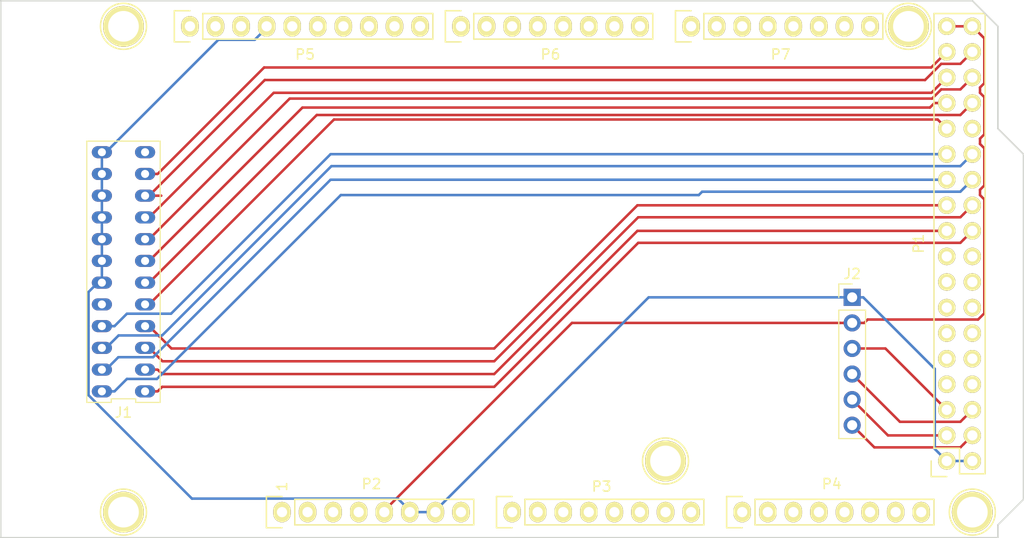
<source format=kicad_pcb>
(kicad_pcb (version 20171130) (host pcbnew "(5.1.2)-1")

  (general
    (thickness 1.6)
    (drawings 10)
    (tracks 152)
    (zones 0)
    (modules 14)
    (nets 90)
  )

  (page A4)
  (title_block
    (date "mar. 31 mars 2015")
  )

  (layers
    (0 F.Cu signal)
    (31 B.Cu signal)
    (32 B.Adhes user)
    (33 F.Adhes user)
    (34 B.Paste user)
    (35 F.Paste user)
    (36 B.SilkS user)
    (37 F.SilkS user)
    (38 B.Mask user)
    (39 F.Mask user)
    (40 Dwgs.User user)
    (41 Cmts.User user)
    (42 Eco1.User user)
    (43 Eco2.User user)
    (44 Edge.Cuts user)
    (45 Margin user)
    (46 B.CrtYd user)
    (47 F.CrtYd user)
    (48 B.Fab user)
    (49 F.Fab user)
  )

  (setup
    (last_trace_width 0.25)
    (trace_clearance 0.2)
    (zone_clearance 0.508)
    (zone_45_only no)
    (trace_min 0.2)
    (via_size 0.6)
    (via_drill 0.4)
    (via_min_size 0.4)
    (via_min_drill 0.3)
    (uvia_size 0.3)
    (uvia_drill 0.1)
    (uvias_allowed no)
    (uvia_min_size 0.2)
    (uvia_min_drill 0.1)
    (edge_width 0.15)
    (segment_width 0.15)
    (pcb_text_width 0.3)
    (pcb_text_size 1.5 1.5)
    (mod_edge_width 0.15)
    (mod_text_size 1 1)
    (mod_text_width 0.15)
    (pad_size 4.064 4.064)
    (pad_drill 3.048)
    (pad_to_mask_clearance 0)
    (aux_axis_origin 103.378 121.666)
    (visible_elements 7FFFFFFF)
    (pcbplotparams
      (layerselection 0x010f0_ffffffff)
      (usegerberextensions false)
      (usegerberattributes false)
      (usegerberadvancedattributes false)
      (creategerberjobfile false)
      (excludeedgelayer true)
      (linewidth 0.100000)
      (plotframeref false)
      (viasonmask false)
      (mode 1)
      (useauxorigin false)
      (hpglpennumber 1)
      (hpglpenspeed 20)
      (hpglpendiameter 15.000000)
      (psnegative false)
      (psa4output false)
      (plotreference true)
      (plotvalue true)
      (plotinvisibletext false)
      (padsonsilk false)
      (subtractmaskfromsilk false)
      (outputformat 1)
      (mirror false)
      (drillshape 0)
      (scaleselection 1)
      (outputdirectory "Gerbers/"))
  )

  (net 0 "")
  (net 1 GND)
  (net 2 "/52(SCK)")
  (net 3 "/53(SS)")
  (net 4 "/50(MISO)")
  (net 5 "/51(MOSI)")
  (net 6 /48)
  (net 7 /49)
  (net 8 /46)
  (net 9 /47)
  (net 10 /44)
  (net 11 /45)
  (net 12 /42)
  (net 13 /43)
  (net 14 /40)
  (net 15 /41)
  (net 16 /38)
  (net 17 /39)
  (net 18 /36)
  (net 19 /37)
  (net 20 /34)
  (net 21 /35)
  (net 22 /32)
  (net 23 /33)
  (net 24 /30)
  (net 25 /31)
  (net 26 /28)
  (net 27 /29)
  (net 28 /26)
  (net 29 /27)
  (net 30 /24)
  (net 31 /25)
  (net 32 /22)
  (net 33 /23)
  (net 34 +5V)
  (net 35 /IOREF)
  (net 36 /Reset)
  (net 37 /Vin)
  (net 38 /A0)
  (net 39 /A1)
  (net 40 /A2)
  (net 41 /A3)
  (net 42 /A4)
  (net 43 /A5)
  (net 44 /A6)
  (net 45 /A7)
  (net 46 /A8)
  (net 47 /A9)
  (net 48 /A10)
  (net 49 /A11)
  (net 50 /A12)
  (net 51 /A13)
  (net 52 /A14)
  (net 53 /A15)
  (net 54 /SCL)
  (net 55 /SDA)
  (net 56 /AREF)
  (net 57 "/13(**)")
  (net 58 "/12(**)")
  (net 59 "/11(**)")
  (net 60 "/10(**)")
  (net 61 "/9(**)")
  (net 62 "/8(**)")
  (net 63 "/7(**)")
  (net 64 "/6(**)")
  (net 65 "/5(**)")
  (net 66 "/4(**)")
  (net 67 "/3(**)")
  (net 68 "/2(**)")
  (net 69 "/20(SDA)")
  (net 70 "/21(SCL)")
  (net 71 "Net-(P8-Pad1)")
  (net 72 "Net-(P9-Pad1)")
  (net 73 "Net-(P10-Pad1)")
  (net 74 "Net-(P11-Pad1)")
  (net 75 "Net-(P13-Pad1)")
  (net 76 "Net-(P2-Pad1)")
  (net 77 +3V3)
  (net 78 "/1(Tx0)")
  (net 79 "/0(Rx0)")
  (net 80 "/14(Tx3)")
  (net 81 "/15(Rx3)")
  (net 82 "/16(Tx2)")
  (net 83 "/17(Rx2)")
  (net 84 "/18(Tx1)")
  (net 85 "/19(Rx1)")
  (net 86 "Net-(J1-Pad12)")
  (net 87 "Net-(J1-Pad17)")
  (net 88 "Net-(P1-Pad35)")
  (net 89 "Net-(P1-Pad36)")

  (net_class Default "This is the default net class."
    (clearance 0.2)
    (trace_width 0.25)
    (via_dia 0.6)
    (via_drill 0.4)
    (uvia_dia 0.3)
    (uvia_drill 0.1)
    (add_net +3V3)
    (add_net +5V)
    (add_net "/0(Rx0)")
    (add_net "/1(Tx0)")
    (add_net "/10(**)")
    (add_net "/11(**)")
    (add_net "/12(**)")
    (add_net "/13(**)")
    (add_net "/14(Tx3)")
    (add_net "/15(Rx3)")
    (add_net "/16(Tx2)")
    (add_net "/17(Rx2)")
    (add_net "/18(Tx1)")
    (add_net "/19(Rx1)")
    (add_net "/2(**)")
    (add_net "/20(SDA)")
    (add_net "/21(SCL)")
    (add_net /22)
    (add_net /23)
    (add_net /24)
    (add_net /25)
    (add_net /26)
    (add_net /27)
    (add_net /28)
    (add_net /29)
    (add_net "/3(**)")
    (add_net /30)
    (add_net /31)
    (add_net /32)
    (add_net /33)
    (add_net /34)
    (add_net /35)
    (add_net /36)
    (add_net /37)
    (add_net /38)
    (add_net /39)
    (add_net "/4(**)")
    (add_net /40)
    (add_net /41)
    (add_net /42)
    (add_net /43)
    (add_net /44)
    (add_net /45)
    (add_net /46)
    (add_net /47)
    (add_net /48)
    (add_net /49)
    (add_net "/5(**)")
    (add_net "/50(MISO)")
    (add_net "/51(MOSI)")
    (add_net "/52(SCK)")
    (add_net "/53(SS)")
    (add_net "/6(**)")
    (add_net "/7(**)")
    (add_net "/8(**)")
    (add_net "/9(**)")
    (add_net /A0)
    (add_net /A1)
    (add_net /A10)
    (add_net /A11)
    (add_net /A12)
    (add_net /A13)
    (add_net /A14)
    (add_net /A15)
    (add_net /A2)
    (add_net /A3)
    (add_net /A4)
    (add_net /A5)
    (add_net /A6)
    (add_net /A7)
    (add_net /A8)
    (add_net /A9)
    (add_net /AREF)
    (add_net /IOREF)
    (add_net /Reset)
    (add_net /SCL)
    (add_net /SDA)
    (add_net /Vin)
    (add_net GND)
    (add_net "Net-(J1-Pad12)")
    (add_net "Net-(J1-Pad17)")
    (add_net "Net-(P1-Pad35)")
    (add_net "Net-(P1-Pad36)")
    (add_net "Net-(P10-Pad1)")
    (add_net "Net-(P11-Pad1)")
    (add_net "Net-(P13-Pad1)")
    (add_net "Net-(P2-Pad1)")
    (add_net "Net-(P8-Pad1)")
    (add_net "Net-(P9-Pad1)")
  )

  (module PET_IEEE:GPIB (layer F.Cu) (tedit 5D8A46F6) (tstamp 5D8A5E20)
    (at 115.57 95.25 90)
    (path /5D8D60BA)
    (fp_text reference J1 (at -13.98 0) (layer F.SilkS)
      (effects (font (size 1 1) (thickness 0.15)))
    )
    (fp_text value Conn_02x12_Top_Bottom (at 0 0 90) (layer F.Fab)
      (effects (font (size 1 1) (thickness 0.15)))
    )
    (fp_line (start -12.73 3.4) (end -12.73 -3.4) (layer F.CrtYd) (width 0.05))
    (fp_line (start 12.73 3.4) (end -12.73 3.4) (layer F.CrtYd) (width 0.05))
    (fp_line (start 12.73 -3.4) (end 12.73 3.4) (layer F.CrtYd) (width 0.05))
    (fp_line (start -12.73 -3.4) (end 12.73 -3.4) (layer F.CrtYd) (width 0.05))
    (fp_line (start -12.98 1.214999) (end -12.98 3.644999) (layer F.SilkS) (width 0.12))
    (fp_line (start -12.62 1.214999) (end -12.98 1.214999) (layer F.SilkS) (width 0.12))
    (fp_line (start -12.62 -1.215) (end -12.62 1.214999) (layer F.SilkS) (width 0.12))
    (fp_line (start -12.98 -1.215) (end -12.62 -1.215) (layer F.SilkS) (width 0.12))
    (fp_line (start -12.98 -3.645) (end -12.98 -1.215) (layer F.SilkS) (width 0.12))
    (fp_line (start 12.98 -3.644999) (end -12.98 -3.645) (layer F.SilkS) (width 0.12))
    (fp_line (start 12.98 3.645) (end 12.98 -3.644999) (layer F.SilkS) (width 0.12))
    (fp_line (start -12.98 3.644999) (end 12.98 3.645) (layer F.SilkS) (width 0.12))
    (pad 12 thru_hole oval (at 11.88 2.145 90) (size 1.2 2) (drill 0.8) (layers *.Cu *.Mask)
      (net 86 "Net-(J1-Pad12)"))
    (pad 24 thru_hole oval (at 11.88 -2.145 90) (size 1.2 2) (drill 0.8) (layers *.Cu *.Mask)
      (net 1 GND))
    (pad 11 thru_hole oval (at 9.72 2.145 90) (size 1.2 2) (drill 0.8) (layers *.Cu *.Mask)
      (net 32 /22))
    (pad 23 thru_hole oval (at 9.72 -2.145 90) (size 1.2 2) (drill 0.8) (layers *.Cu *.Mask)
      (net 1 GND))
    (pad 10 thru_hole oval (at 7.56 2.145 90) (size 1.2 2) (drill 0.8) (layers *.Cu *.Mask)
      (net 33 /23))
    (pad 22 thru_hole oval (at 7.56 -2.145 90) (size 1.2 2) (drill 0.8) (layers *.Cu *.Mask)
      (net 1 GND))
    (pad 9 thru_hole oval (at 5.4 2.145 90) (size 1.2 2) (drill 0.8) (layers *.Cu *.Mask)
      (net 30 /24))
    (pad 21 thru_hole oval (at 5.4 -2.145 90) (size 1.2 2) (drill 0.8) (layers *.Cu *.Mask)
      (net 1 GND))
    (pad 8 thru_hole oval (at 3.24 2.145 90) (size 1.2 2) (drill 0.8) (layers *.Cu *.Mask)
      (net 31 /25))
    (pad 20 thru_hole oval (at 3.24 -2.145 90) (size 1.2 2) (drill 0.8) (layers *.Cu *.Mask)
      (net 1 GND))
    (pad 7 thru_hole oval (at 1.08 2.145 90) (size 1.2 2) (drill 0.8) (layers *.Cu *.Mask)
      (net 28 /26))
    (pad 19 thru_hole oval (at 1.08 -2.145 90) (size 1.2 2) (drill 0.8) (layers *.Cu *.Mask)
      (net 1 GND))
    (pad 6 thru_hole oval (at -1.08 2.145 90) (size 1.2 2) (drill 0.8) (layers *.Cu *.Mask)
      (net 29 /27))
    (pad 18 thru_hole oval (at -1.08 -2.145 90) (size 1.2 2) (drill 0.8) (layers *.Cu *.Mask)
      (net 1 GND))
    (pad 5 thru_hole oval (at -3.24 2.145 90) (size 1.2 2) (drill 0.8) (layers *.Cu *.Mask)
      (net 26 /28))
    (pad 17 thru_hole oval (at -3.24 -2.145 90) (size 1.2 2) (drill 0.8) (layers *.Cu *.Mask)
      (net 87 "Net-(J1-Pad17)"))
    (pad 4 thru_hole oval (at -5.4 2.145 90) (size 1.2 2) (drill 0.8) (layers *.Cu *.Mask)
      (net 20 /34))
    (pad 16 thru_hole oval (at -5.4 -2.145 90) (size 1.2 2) (drill 0.8) (layers *.Cu *.Mask)
      (net 24 /30))
    (pad 3 thru_hole oval (at -7.56 2.145 90) (size 1.2 2) (drill 0.8) (layers *.Cu *.Mask)
      (net 21 /35))
    (pad 15 thru_hole oval (at -7.56 -2.145 90) (size 1.2 2) (drill 0.8) (layers *.Cu *.Mask)
      (net 25 /31))
    (pad 2 thru_hole oval (at -9.72 2.145 90) (size 1.2 2) (drill 0.8) (layers *.Cu *.Mask)
      (net 18 /36))
    (pad 14 thru_hole oval (at -9.72 -2.145 90) (size 1.2 2) (drill 0.8) (layers *.Cu *.Mask)
      (net 22 /32))
    (pad 1 thru_hole oval (at -11.88 2.145 90) (size 1.2 2) (drill 0.8) (layers *.Cu *.Mask)
      (net 19 /37))
    (pad 13 thru_hole oval (at -11.88 -2.145 90) (size 1.2 2) (drill 0.8) (layers *.Cu *.Mask)
      (net 23 /33))
  )

  (module Connector_PinHeader_2.54mm:PinHeader_1x06_P2.54mm_Vertical (layer F.Cu) (tedit 59FED5CC) (tstamp 5D89BAA1)
    (at 187.96 97.79)
    (descr "Through hole straight pin header, 1x06, 2.54mm pitch, single row")
    (tags "Through hole pin header THT 1x06 2.54mm single row")
    (path /5D8995C4)
    (fp_text reference J2 (at 0 -2.33) (layer F.SilkS)
      (effects (font (size 1 1) (thickness 0.15)))
    )
    (fp_text value Conn_01x06 (at 0 15.03) (layer F.Fab)
      (effects (font (size 1 1) (thickness 0.15)))
    )
    (fp_text user %R (at 0 6.35 90) (layer F.Fab)
      (effects (font (size 1 1) (thickness 0.15)))
    )
    (fp_line (start 1.8 -1.8) (end -1.8 -1.8) (layer F.CrtYd) (width 0.05))
    (fp_line (start 1.8 14.5) (end 1.8 -1.8) (layer F.CrtYd) (width 0.05))
    (fp_line (start -1.8 14.5) (end 1.8 14.5) (layer F.CrtYd) (width 0.05))
    (fp_line (start -1.8 -1.8) (end -1.8 14.5) (layer F.CrtYd) (width 0.05))
    (fp_line (start -1.33 -1.33) (end 0 -1.33) (layer F.SilkS) (width 0.12))
    (fp_line (start -1.33 0) (end -1.33 -1.33) (layer F.SilkS) (width 0.12))
    (fp_line (start -1.33 1.27) (end 1.33 1.27) (layer F.SilkS) (width 0.12))
    (fp_line (start 1.33 1.27) (end 1.33 14.03) (layer F.SilkS) (width 0.12))
    (fp_line (start -1.33 1.27) (end -1.33 14.03) (layer F.SilkS) (width 0.12))
    (fp_line (start -1.33 14.03) (end 1.33 14.03) (layer F.SilkS) (width 0.12))
    (fp_line (start -1.27 -0.635) (end -0.635 -1.27) (layer F.Fab) (width 0.1))
    (fp_line (start -1.27 13.97) (end -1.27 -0.635) (layer F.Fab) (width 0.1))
    (fp_line (start 1.27 13.97) (end -1.27 13.97) (layer F.Fab) (width 0.1))
    (fp_line (start 1.27 -1.27) (end 1.27 13.97) (layer F.Fab) (width 0.1))
    (fp_line (start -0.635 -1.27) (end 1.27 -1.27) (layer F.Fab) (width 0.1))
    (pad 6 thru_hole oval (at 0 12.7) (size 1.7 1.7) (drill 1) (layers *.Cu *.Mask)
      (net 3 "/53(SS)"))
    (pad 5 thru_hole oval (at 0 10.16) (size 1.7 1.7) (drill 1) (layers *.Cu *.Mask)
      (net 2 "/52(SCK)"))
    (pad 4 thru_hole oval (at 0 7.62) (size 1.7 1.7) (drill 1) (layers *.Cu *.Mask)
      (net 5 "/51(MOSI)"))
    (pad 3 thru_hole oval (at 0 5.08) (size 1.7 1.7) (drill 1) (layers *.Cu *.Mask)
      (net 4 "/50(MISO)"))
    (pad 2 thru_hole oval (at 0 2.54) (size 1.7 1.7) (drill 1) (layers *.Cu *.Mask)
      (net 34 +5V))
    (pad 1 thru_hole rect (at 0 0) (size 1.7 1.7) (drill 1) (layers *.Cu *.Mask)
      (net 1 GND))
    (model ${KISYS3DMOD}/Connector_PinHeader_2.54mm.3dshapes/PinHeader_1x06_P2.54mm_Vertical.wrl
      (at (xyz 0 0 0))
      (scale (xyz 1 1 1))
      (rotate (xyz 0 0 0))
    )
  )

  (module Socket_Arduino_Mega:Socket_Strip_Arduino_2x18 locked (layer F.Cu) (tedit 55216789) (tstamp 551AFCE5)
    (at 197.358 114.046 90)
    (descr "Through hole socket strip")
    (tags "socket strip")
    (path /56D743B5)
    (fp_text reference P1 (at 21.59 -2.794 90) (layer F.SilkS)
      (effects (font (size 1 1) (thickness 0.15)))
    )
    (fp_text value Digital (at 21.59 -4.572 90) (layer F.Fab)
      (effects (font (size 1 1) (thickness 0.15)))
    )
    (fp_line (start -1.75 -1.75) (end -1.75 4.3) (layer F.CrtYd) (width 0.05))
    (fp_line (start 44.95 -1.75) (end 44.95 4.3) (layer F.CrtYd) (width 0.05))
    (fp_line (start -1.75 -1.75) (end 44.95 -1.75) (layer F.CrtYd) (width 0.05))
    (fp_line (start -1.75 4.3) (end 44.95 4.3) (layer F.CrtYd) (width 0.05))
    (fp_line (start -1.27 3.81) (end 44.45 3.81) (layer F.SilkS) (width 0.15))
    (fp_line (start 44.45 -1.27) (end 1.27 -1.27) (layer F.SilkS) (width 0.15))
    (fp_line (start 44.45 3.81) (end 44.45 -1.27) (layer F.SilkS) (width 0.15))
    (fp_line (start -1.27 3.81) (end -1.27 1.27) (layer F.SilkS) (width 0.15))
    (fp_line (start 0 -1.55) (end -1.55 -1.55) (layer F.SilkS) (width 0.15))
    (fp_line (start -1.27 1.27) (end 1.27 1.27) (layer F.SilkS) (width 0.15))
    (fp_line (start 1.27 1.27) (end 1.27 -1.27) (layer F.SilkS) (width 0.15))
    (fp_line (start -1.55 -1.55) (end -1.55 0) (layer F.SilkS) (width 0.15))
    (pad 1 thru_hole circle (at 0 0 90) (size 1.7272 1.7272) (drill 1.016) (layers *.Cu *.Mask F.SilkS)
      (net 1 GND))
    (pad 2 thru_hole oval (at 0 2.54 90) (size 1.7272 1.7272) (drill 1.016) (layers *.Cu *.Mask F.SilkS)
      (net 1 GND))
    (pad 3 thru_hole oval (at 2.54 0 90) (size 1.7272 1.7272) (drill 1.016) (layers *.Cu *.Mask F.SilkS)
      (net 2 "/52(SCK)"))
    (pad 4 thru_hole oval (at 2.54 2.54 90) (size 1.7272 1.7272) (drill 1.016) (layers *.Cu *.Mask F.SilkS)
      (net 3 "/53(SS)"))
    (pad 5 thru_hole oval (at 5.08 0 90) (size 1.7272 1.7272) (drill 1.016) (layers *.Cu *.Mask F.SilkS)
      (net 4 "/50(MISO)"))
    (pad 6 thru_hole oval (at 5.08 2.54 90) (size 1.7272 1.7272) (drill 1.016) (layers *.Cu *.Mask F.SilkS)
      (net 5 "/51(MOSI)"))
    (pad 7 thru_hole oval (at 7.62 0 90) (size 1.7272 1.7272) (drill 1.016) (layers *.Cu *.Mask F.SilkS)
      (net 6 /48))
    (pad 8 thru_hole oval (at 7.62 2.54 90) (size 1.7272 1.7272) (drill 1.016) (layers *.Cu *.Mask F.SilkS)
      (net 7 /49))
    (pad 9 thru_hole oval (at 10.16 0 90) (size 1.7272 1.7272) (drill 1.016) (layers *.Cu *.Mask F.SilkS)
      (net 8 /46))
    (pad 10 thru_hole oval (at 10.16 2.54 90) (size 1.7272 1.7272) (drill 1.016) (layers *.Cu *.Mask F.SilkS)
      (net 9 /47))
    (pad 11 thru_hole oval (at 12.7 0 90) (size 1.7272 1.7272) (drill 1.016) (layers *.Cu *.Mask F.SilkS)
      (net 10 /44))
    (pad 12 thru_hole oval (at 12.7 2.54 90) (size 1.7272 1.7272) (drill 1.016) (layers *.Cu *.Mask F.SilkS)
      (net 11 /45))
    (pad 13 thru_hole oval (at 15.24 0 90) (size 1.7272 1.7272) (drill 1.016) (layers *.Cu *.Mask F.SilkS)
      (net 12 /42))
    (pad 14 thru_hole oval (at 15.24 2.54 90) (size 1.7272 1.7272) (drill 1.016) (layers *.Cu *.Mask F.SilkS)
      (net 13 /43))
    (pad 15 thru_hole oval (at 17.78 0 90) (size 1.7272 1.7272) (drill 1.016) (layers *.Cu *.Mask F.SilkS)
      (net 14 /40))
    (pad 16 thru_hole oval (at 17.78 2.54 90) (size 1.7272 1.7272) (drill 1.016) (layers *.Cu *.Mask F.SilkS)
      (net 15 /41))
    (pad 17 thru_hole oval (at 20.32 0 90) (size 1.7272 1.7272) (drill 1.016) (layers *.Cu *.Mask F.SilkS)
      (net 16 /38))
    (pad 18 thru_hole oval (at 20.32 2.54 90) (size 1.7272 1.7272) (drill 1.016) (layers *.Cu *.Mask F.SilkS)
      (net 17 /39))
    (pad 19 thru_hole oval (at 22.86 0 90) (size 1.7272 1.7272) (drill 1.016) (layers *.Cu *.Mask F.SilkS)
      (net 18 /36))
    (pad 20 thru_hole oval (at 22.86 2.54 90) (size 1.7272 1.7272) (drill 1.016) (layers *.Cu *.Mask F.SilkS)
      (net 19 /37))
    (pad 21 thru_hole oval (at 25.4 0 90) (size 1.7272 1.7272) (drill 1.016) (layers *.Cu *.Mask F.SilkS)
      (net 20 /34))
    (pad 22 thru_hole oval (at 25.4 2.54 90) (size 1.7272 1.7272) (drill 1.016) (layers *.Cu *.Mask F.SilkS)
      (net 21 /35))
    (pad 23 thru_hole oval (at 27.94 0 90) (size 1.7272 1.7272) (drill 1.016) (layers *.Cu *.Mask F.SilkS)
      (net 22 /32))
    (pad 24 thru_hole oval (at 27.94 2.54 90) (size 1.7272 1.7272) (drill 1.016) (layers *.Cu *.Mask F.SilkS)
      (net 23 /33))
    (pad 25 thru_hole oval (at 30.48 0 90) (size 1.7272 1.7272) (drill 1.016) (layers *.Cu *.Mask F.SilkS)
      (net 24 /30))
    (pad 26 thru_hole oval (at 30.48 2.54 90) (size 1.7272 1.7272) (drill 1.016) (layers *.Cu *.Mask F.SilkS)
      (net 25 /31))
    (pad 27 thru_hole oval (at 33.02 0 90) (size 1.7272 1.7272) (drill 1.016) (layers *.Cu *.Mask F.SilkS)
      (net 26 /28))
    (pad 28 thru_hole oval (at 33.02 2.54 90) (size 1.7272 1.7272) (drill 1.016) (layers *.Cu *.Mask F.SilkS)
      (net 27 /29))
    (pad 29 thru_hole oval (at 35.56 0 90) (size 1.7272 1.7272) (drill 1.016) (layers *.Cu *.Mask F.SilkS)
      (net 28 /26))
    (pad 30 thru_hole oval (at 35.56 2.54 90) (size 1.7272 1.7272) (drill 1.016) (layers *.Cu *.Mask F.SilkS)
      (net 29 /27))
    (pad 31 thru_hole oval (at 38.1 0 90) (size 1.7272 1.7272) (drill 1.016) (layers *.Cu *.Mask F.SilkS)
      (net 30 /24))
    (pad 32 thru_hole oval (at 38.1 2.54 90) (size 1.7272 1.7272) (drill 1.016) (layers *.Cu *.Mask F.SilkS)
      (net 31 /25))
    (pad 33 thru_hole oval (at 40.64 0 90) (size 1.7272 1.7272) (drill 1.016) (layers *.Cu *.Mask F.SilkS)
      (net 32 /22))
    (pad 34 thru_hole oval (at 40.64 2.54 90) (size 1.7272 1.7272) (drill 1.016) (layers *.Cu *.Mask F.SilkS)
      (net 33 /23))
    (pad 35 thru_hole oval (at 43.18 0 90) (size 1.7272 1.7272) (drill 1.016) (layers *.Cu *.Mask F.SilkS)
      (net 88 "Net-(P1-Pad35)"))
    (pad 36 thru_hole oval (at 43.18 2.54 90) (size 1.7272 1.7272) (drill 1.016) (layers *.Cu *.Mask F.SilkS)
      (net 89 "Net-(P1-Pad36)"))
    (model ${KIPRJMOD}/Socket_Arduino_Mega.3dshapes/Socket_header_Arduino_2x18.wrl
      (offset (xyz 21.58999967575073 -1.269999980926514 0))
      (scale (xyz 1 1 1))
      (rotate (xyz 0 0 180))
    )
  )

  (module Socket_Arduino_Mega:Socket_Strip_Arduino_1x08 locked (layer F.Cu) (tedit 55216755) (tstamp 551AFCFC)
    (at 131.318 119.126)
    (descr "Through hole socket strip")
    (tags "socket strip")
    (path /56D71773)
    (fp_text reference P2 (at 8.89 -2.794) (layer F.SilkS)
      (effects (font (size 1 1) (thickness 0.15)))
    )
    (fp_text value Power (at 8.89 -4.318) (layer F.Fab)
      (effects (font (size 1 1) (thickness 0.15)))
    )
    (fp_line (start -1.75 -1.75) (end -1.75 1.75) (layer F.CrtYd) (width 0.05))
    (fp_line (start 19.55 -1.75) (end 19.55 1.75) (layer F.CrtYd) (width 0.05))
    (fp_line (start -1.75 -1.75) (end 19.55 -1.75) (layer F.CrtYd) (width 0.05))
    (fp_line (start -1.75 1.75) (end 19.55 1.75) (layer F.CrtYd) (width 0.05))
    (fp_line (start 1.27 1.27) (end 19.05 1.27) (layer F.SilkS) (width 0.15))
    (fp_line (start 19.05 1.27) (end 19.05 -1.27) (layer F.SilkS) (width 0.15))
    (fp_line (start 19.05 -1.27) (end 1.27 -1.27) (layer F.SilkS) (width 0.15))
    (fp_line (start -1.55 1.55) (end 0 1.55) (layer F.SilkS) (width 0.15))
    (fp_line (start 1.27 1.27) (end 1.27 -1.27) (layer F.SilkS) (width 0.15))
    (fp_line (start 0 -1.55) (end -1.55 -1.55) (layer F.SilkS) (width 0.15))
    (fp_line (start -1.55 -1.55) (end -1.55 1.55) (layer F.SilkS) (width 0.15))
    (pad 1 thru_hole oval (at 0 0) (size 1.7272 2.032) (drill 1.016) (layers *.Cu *.Mask F.SilkS)
      (net 76 "Net-(P2-Pad1)"))
    (pad 2 thru_hole oval (at 2.54 0) (size 1.7272 2.032) (drill 1.016) (layers *.Cu *.Mask F.SilkS)
      (net 35 /IOREF))
    (pad 3 thru_hole oval (at 5.08 0) (size 1.7272 2.032) (drill 1.016) (layers *.Cu *.Mask F.SilkS)
      (net 36 /Reset))
    (pad 4 thru_hole oval (at 7.62 0) (size 1.7272 2.032) (drill 1.016) (layers *.Cu *.Mask F.SilkS)
      (net 77 +3V3))
    (pad 5 thru_hole oval (at 10.16 0) (size 1.7272 2.032) (drill 1.016) (layers *.Cu *.Mask F.SilkS)
      (net 34 +5V))
    (pad 6 thru_hole oval (at 12.7 0) (size 1.7272 2.032) (drill 1.016) (layers *.Cu *.Mask F.SilkS)
      (net 1 GND))
    (pad 7 thru_hole oval (at 15.24 0) (size 1.7272 2.032) (drill 1.016) (layers *.Cu *.Mask F.SilkS)
      (net 1 GND))
    (pad 8 thru_hole oval (at 17.78 0) (size 1.7272 2.032) (drill 1.016) (layers *.Cu *.Mask F.SilkS)
      (net 37 /Vin))
    (model ${KIPRJMOD}/Socket_Arduino_Mega.3dshapes/Socket_header_Arduino_1x08.wrl
      (offset (xyz 8.889999866485596 0 0))
      (scale (xyz 1 1 1))
      (rotate (xyz 0 0 180))
    )
  )

  (module Socket_Arduino_Mega:Socket_Strip_Arduino_1x08 locked (layer F.Cu) (tedit 5521677D) (tstamp 551AFD13)
    (at 154.178 119.126)
    (descr "Through hole socket strip")
    (tags "socket strip")
    (path /56D72F1C)
    (fp_text reference P3 (at 8.89 -2.54) (layer F.SilkS)
      (effects (font (size 1 1) (thickness 0.15)))
    )
    (fp_text value Analog (at 8.89 -4.318) (layer F.Fab)
      (effects (font (size 1 1) (thickness 0.15)))
    )
    (fp_line (start -1.75 -1.75) (end -1.75 1.75) (layer F.CrtYd) (width 0.05))
    (fp_line (start 19.55 -1.75) (end 19.55 1.75) (layer F.CrtYd) (width 0.05))
    (fp_line (start -1.75 -1.75) (end 19.55 -1.75) (layer F.CrtYd) (width 0.05))
    (fp_line (start -1.75 1.75) (end 19.55 1.75) (layer F.CrtYd) (width 0.05))
    (fp_line (start 1.27 1.27) (end 19.05 1.27) (layer F.SilkS) (width 0.15))
    (fp_line (start 19.05 1.27) (end 19.05 -1.27) (layer F.SilkS) (width 0.15))
    (fp_line (start 19.05 -1.27) (end 1.27 -1.27) (layer F.SilkS) (width 0.15))
    (fp_line (start -1.55 1.55) (end 0 1.55) (layer F.SilkS) (width 0.15))
    (fp_line (start 1.27 1.27) (end 1.27 -1.27) (layer F.SilkS) (width 0.15))
    (fp_line (start 0 -1.55) (end -1.55 -1.55) (layer F.SilkS) (width 0.15))
    (fp_line (start -1.55 -1.55) (end -1.55 1.55) (layer F.SilkS) (width 0.15))
    (pad 1 thru_hole oval (at 0 0) (size 1.7272 2.032) (drill 1.016) (layers *.Cu *.Mask F.SilkS)
      (net 38 /A0))
    (pad 2 thru_hole oval (at 2.54 0) (size 1.7272 2.032) (drill 1.016) (layers *.Cu *.Mask F.SilkS)
      (net 39 /A1))
    (pad 3 thru_hole oval (at 5.08 0) (size 1.7272 2.032) (drill 1.016) (layers *.Cu *.Mask F.SilkS)
      (net 40 /A2))
    (pad 4 thru_hole oval (at 7.62 0) (size 1.7272 2.032) (drill 1.016) (layers *.Cu *.Mask F.SilkS)
      (net 41 /A3))
    (pad 5 thru_hole oval (at 10.16 0) (size 1.7272 2.032) (drill 1.016) (layers *.Cu *.Mask F.SilkS)
      (net 42 /A4))
    (pad 6 thru_hole oval (at 12.7 0) (size 1.7272 2.032) (drill 1.016) (layers *.Cu *.Mask F.SilkS)
      (net 43 /A5))
    (pad 7 thru_hole oval (at 15.24 0) (size 1.7272 2.032) (drill 1.016) (layers *.Cu *.Mask F.SilkS)
      (net 44 /A6))
    (pad 8 thru_hole oval (at 17.78 0) (size 1.7272 2.032) (drill 1.016) (layers *.Cu *.Mask F.SilkS)
      (net 45 /A7))
    (model ${KIPRJMOD}/Socket_Arduino_Mega.3dshapes/Socket_header_Arduino_1x08.wrl
      (offset (xyz 8.889999866485596 0 0))
      (scale (xyz 1 1 1))
      (rotate (xyz 0 0 180))
    )
  )

  (module Socket_Arduino_Mega:Socket_Strip_Arduino_1x08 locked (layer F.Cu) (tedit 55216772) (tstamp 551AFD2A)
    (at 177.038 119.126)
    (descr "Through hole socket strip")
    (tags "socket strip")
    (path /56D73A0E)
    (fp_text reference P4 (at 8.89 -2.794) (layer F.SilkS)
      (effects (font (size 1 1) (thickness 0.15)))
    )
    (fp_text value Analog (at 8.89 -4.318) (layer F.Fab)
      (effects (font (size 1 1) (thickness 0.15)))
    )
    (fp_line (start -1.75 -1.75) (end -1.75 1.75) (layer F.CrtYd) (width 0.05))
    (fp_line (start 19.55 -1.75) (end 19.55 1.75) (layer F.CrtYd) (width 0.05))
    (fp_line (start -1.75 -1.75) (end 19.55 -1.75) (layer F.CrtYd) (width 0.05))
    (fp_line (start -1.75 1.75) (end 19.55 1.75) (layer F.CrtYd) (width 0.05))
    (fp_line (start 1.27 1.27) (end 19.05 1.27) (layer F.SilkS) (width 0.15))
    (fp_line (start 19.05 1.27) (end 19.05 -1.27) (layer F.SilkS) (width 0.15))
    (fp_line (start 19.05 -1.27) (end 1.27 -1.27) (layer F.SilkS) (width 0.15))
    (fp_line (start -1.55 1.55) (end 0 1.55) (layer F.SilkS) (width 0.15))
    (fp_line (start 1.27 1.27) (end 1.27 -1.27) (layer F.SilkS) (width 0.15))
    (fp_line (start 0 -1.55) (end -1.55 -1.55) (layer F.SilkS) (width 0.15))
    (fp_line (start -1.55 -1.55) (end -1.55 1.55) (layer F.SilkS) (width 0.15))
    (pad 1 thru_hole oval (at 0 0) (size 1.7272 2.032) (drill 1.016) (layers *.Cu *.Mask F.SilkS)
      (net 46 /A8))
    (pad 2 thru_hole oval (at 2.54 0) (size 1.7272 2.032) (drill 1.016) (layers *.Cu *.Mask F.SilkS)
      (net 47 /A9))
    (pad 3 thru_hole oval (at 5.08 0) (size 1.7272 2.032) (drill 1.016) (layers *.Cu *.Mask F.SilkS)
      (net 48 /A10))
    (pad 4 thru_hole oval (at 7.62 0) (size 1.7272 2.032) (drill 1.016) (layers *.Cu *.Mask F.SilkS)
      (net 49 /A11))
    (pad 5 thru_hole oval (at 10.16 0) (size 1.7272 2.032) (drill 1.016) (layers *.Cu *.Mask F.SilkS)
      (net 50 /A12))
    (pad 6 thru_hole oval (at 12.7 0) (size 1.7272 2.032) (drill 1.016) (layers *.Cu *.Mask F.SilkS)
      (net 51 /A13))
    (pad 7 thru_hole oval (at 15.24 0) (size 1.7272 2.032) (drill 1.016) (layers *.Cu *.Mask F.SilkS)
      (net 52 /A14))
    (pad 8 thru_hole oval (at 17.78 0) (size 1.7272 2.032) (drill 1.016) (layers *.Cu *.Mask F.SilkS)
      (net 53 /A15))
    (model ${KIPRJMOD}/Socket_Arduino_Mega.3dshapes/Socket_header_Arduino_1x08.wrl
      (offset (xyz 8.889999866485596 0 0))
      (scale (xyz 1 1 1))
      (rotate (xyz 0 0 180))
    )
  )

  (module Socket_Arduino_Mega:Socket_Strip_Arduino_1x10 locked (layer F.Cu) (tedit 551AFC9C) (tstamp 551AFD43)
    (at 122.174 70.866)
    (descr "Through hole socket strip")
    (tags "socket strip")
    (path /56D72368)
    (fp_text reference P5 (at 11.43 2.794) (layer F.SilkS)
      (effects (font (size 1 1) (thickness 0.15)))
    )
    (fp_text value PWM (at 11.43 4.318) (layer F.Fab)
      (effects (font (size 1 1) (thickness 0.15)))
    )
    (fp_line (start -1.75 -1.75) (end -1.75 1.75) (layer F.CrtYd) (width 0.05))
    (fp_line (start 24.65 -1.75) (end 24.65 1.75) (layer F.CrtYd) (width 0.05))
    (fp_line (start -1.75 -1.75) (end 24.65 -1.75) (layer F.CrtYd) (width 0.05))
    (fp_line (start -1.75 1.75) (end 24.65 1.75) (layer F.CrtYd) (width 0.05))
    (fp_line (start 1.27 1.27) (end 24.13 1.27) (layer F.SilkS) (width 0.15))
    (fp_line (start 24.13 1.27) (end 24.13 -1.27) (layer F.SilkS) (width 0.15))
    (fp_line (start 24.13 -1.27) (end 1.27 -1.27) (layer F.SilkS) (width 0.15))
    (fp_line (start -1.55 1.55) (end 0 1.55) (layer F.SilkS) (width 0.15))
    (fp_line (start 1.27 1.27) (end 1.27 -1.27) (layer F.SilkS) (width 0.15))
    (fp_line (start 0 -1.55) (end -1.55 -1.55) (layer F.SilkS) (width 0.15))
    (fp_line (start -1.55 -1.55) (end -1.55 1.55) (layer F.SilkS) (width 0.15))
    (pad 1 thru_hole oval (at 0 0) (size 1.7272 2.032) (drill 1.016) (layers *.Cu *.Mask F.SilkS)
      (net 54 /SCL))
    (pad 2 thru_hole oval (at 2.54 0) (size 1.7272 2.032) (drill 1.016) (layers *.Cu *.Mask F.SilkS)
      (net 55 /SDA))
    (pad 3 thru_hole oval (at 5.08 0) (size 1.7272 2.032) (drill 1.016) (layers *.Cu *.Mask F.SilkS)
      (net 56 /AREF))
    (pad 4 thru_hole oval (at 7.62 0) (size 1.7272 2.032) (drill 1.016) (layers *.Cu *.Mask F.SilkS)
      (net 1 GND))
    (pad 5 thru_hole oval (at 10.16 0) (size 1.7272 2.032) (drill 1.016) (layers *.Cu *.Mask F.SilkS)
      (net 57 "/13(**)"))
    (pad 6 thru_hole oval (at 12.7 0) (size 1.7272 2.032) (drill 1.016) (layers *.Cu *.Mask F.SilkS)
      (net 58 "/12(**)"))
    (pad 7 thru_hole oval (at 15.24 0) (size 1.7272 2.032) (drill 1.016) (layers *.Cu *.Mask F.SilkS)
      (net 59 "/11(**)"))
    (pad 8 thru_hole oval (at 17.78 0) (size 1.7272 2.032) (drill 1.016) (layers *.Cu *.Mask F.SilkS)
      (net 60 "/10(**)"))
    (pad 9 thru_hole oval (at 20.32 0) (size 1.7272 2.032) (drill 1.016) (layers *.Cu *.Mask F.SilkS)
      (net 61 "/9(**)"))
    (pad 10 thru_hole oval (at 22.86 0) (size 1.7272 2.032) (drill 1.016) (layers *.Cu *.Mask F.SilkS)
      (net 62 "/8(**)"))
    (model ${KIPRJMOD}/Socket_Arduino_Mega.3dshapes/Socket_header_Arduino_1x10.wrl
      (offset (xyz 11.42999982833862 0 0))
      (scale (xyz 1 1 1))
      (rotate (xyz 0 0 180))
    )
  )

  (module Socket_Arduino_Mega:Socket_Strip_Arduino_1x08 locked (layer F.Cu) (tedit 551AFC7F) (tstamp 551AFD5A)
    (at 149.098 70.866)
    (descr "Through hole socket strip")
    (tags "socket strip")
    (path /56D734D0)
    (fp_text reference P6 (at 8.89 2.794) (layer F.SilkS)
      (effects (font (size 1 1) (thickness 0.15)))
    )
    (fp_text value PWM (at 8.89 4.318) (layer F.Fab)
      (effects (font (size 1 1) (thickness 0.15)))
    )
    (fp_line (start -1.75 -1.75) (end -1.75 1.75) (layer F.CrtYd) (width 0.05))
    (fp_line (start 19.55 -1.75) (end 19.55 1.75) (layer F.CrtYd) (width 0.05))
    (fp_line (start -1.75 -1.75) (end 19.55 -1.75) (layer F.CrtYd) (width 0.05))
    (fp_line (start -1.75 1.75) (end 19.55 1.75) (layer F.CrtYd) (width 0.05))
    (fp_line (start 1.27 1.27) (end 19.05 1.27) (layer F.SilkS) (width 0.15))
    (fp_line (start 19.05 1.27) (end 19.05 -1.27) (layer F.SilkS) (width 0.15))
    (fp_line (start 19.05 -1.27) (end 1.27 -1.27) (layer F.SilkS) (width 0.15))
    (fp_line (start -1.55 1.55) (end 0 1.55) (layer F.SilkS) (width 0.15))
    (fp_line (start 1.27 1.27) (end 1.27 -1.27) (layer F.SilkS) (width 0.15))
    (fp_line (start 0 -1.55) (end -1.55 -1.55) (layer F.SilkS) (width 0.15))
    (fp_line (start -1.55 -1.55) (end -1.55 1.55) (layer F.SilkS) (width 0.15))
    (pad 1 thru_hole oval (at 0 0) (size 1.7272 2.032) (drill 1.016) (layers *.Cu *.Mask F.SilkS)
      (net 63 "/7(**)"))
    (pad 2 thru_hole oval (at 2.54 0) (size 1.7272 2.032) (drill 1.016) (layers *.Cu *.Mask F.SilkS)
      (net 64 "/6(**)"))
    (pad 3 thru_hole oval (at 5.08 0) (size 1.7272 2.032) (drill 1.016) (layers *.Cu *.Mask F.SilkS)
      (net 65 "/5(**)"))
    (pad 4 thru_hole oval (at 7.62 0) (size 1.7272 2.032) (drill 1.016) (layers *.Cu *.Mask F.SilkS)
      (net 66 "/4(**)"))
    (pad 5 thru_hole oval (at 10.16 0) (size 1.7272 2.032) (drill 1.016) (layers *.Cu *.Mask F.SilkS)
      (net 67 "/3(**)"))
    (pad 6 thru_hole oval (at 12.7 0) (size 1.7272 2.032) (drill 1.016) (layers *.Cu *.Mask F.SilkS)
      (net 68 "/2(**)"))
    (pad 7 thru_hole oval (at 15.24 0) (size 1.7272 2.032) (drill 1.016) (layers *.Cu *.Mask F.SilkS)
      (net 78 "/1(Tx0)"))
    (pad 8 thru_hole oval (at 17.78 0) (size 1.7272 2.032) (drill 1.016) (layers *.Cu *.Mask F.SilkS)
      (net 79 "/0(Rx0)"))
    (model ${KIPRJMOD}/Socket_Arduino_Mega.3dshapes/Socket_header_Arduino_1x08.wrl
      (offset (xyz 8.889999866485596 0 0))
      (scale (xyz 1 1 1))
      (rotate (xyz 0 0 180))
    )
  )

  (module Socket_Arduino_Mega:Socket_Strip_Arduino_1x08 locked (layer F.Cu) (tedit 551AFC73) (tstamp 551AFD71)
    (at 171.958 70.866)
    (descr "Through hole socket strip")
    (tags "socket strip")
    (path /56D73F2C)
    (fp_text reference P7 (at 8.89 2.794) (layer F.SilkS)
      (effects (font (size 1 1) (thickness 0.15)))
    )
    (fp_text value Communication (at 8.89 4.064) (layer F.Fab)
      (effects (font (size 1 1) (thickness 0.15)))
    )
    (fp_line (start -1.75 -1.75) (end -1.75 1.75) (layer F.CrtYd) (width 0.05))
    (fp_line (start 19.55 -1.75) (end 19.55 1.75) (layer F.CrtYd) (width 0.05))
    (fp_line (start -1.75 -1.75) (end 19.55 -1.75) (layer F.CrtYd) (width 0.05))
    (fp_line (start -1.75 1.75) (end 19.55 1.75) (layer F.CrtYd) (width 0.05))
    (fp_line (start 1.27 1.27) (end 19.05 1.27) (layer F.SilkS) (width 0.15))
    (fp_line (start 19.05 1.27) (end 19.05 -1.27) (layer F.SilkS) (width 0.15))
    (fp_line (start 19.05 -1.27) (end 1.27 -1.27) (layer F.SilkS) (width 0.15))
    (fp_line (start -1.55 1.55) (end 0 1.55) (layer F.SilkS) (width 0.15))
    (fp_line (start 1.27 1.27) (end 1.27 -1.27) (layer F.SilkS) (width 0.15))
    (fp_line (start 0 -1.55) (end -1.55 -1.55) (layer F.SilkS) (width 0.15))
    (fp_line (start -1.55 -1.55) (end -1.55 1.55) (layer F.SilkS) (width 0.15))
    (pad 1 thru_hole oval (at 0 0) (size 1.7272 2.032) (drill 1.016) (layers *.Cu *.Mask F.SilkS)
      (net 80 "/14(Tx3)"))
    (pad 2 thru_hole oval (at 2.54 0) (size 1.7272 2.032) (drill 1.016) (layers *.Cu *.Mask F.SilkS)
      (net 81 "/15(Rx3)"))
    (pad 3 thru_hole oval (at 5.08 0) (size 1.7272 2.032) (drill 1.016) (layers *.Cu *.Mask F.SilkS)
      (net 82 "/16(Tx2)"))
    (pad 4 thru_hole oval (at 7.62 0) (size 1.7272 2.032) (drill 1.016) (layers *.Cu *.Mask F.SilkS)
      (net 83 "/17(Rx2)"))
    (pad 5 thru_hole oval (at 10.16 0) (size 1.7272 2.032) (drill 1.016) (layers *.Cu *.Mask F.SilkS)
      (net 84 "/18(Tx1)"))
    (pad 6 thru_hole oval (at 12.7 0) (size 1.7272 2.032) (drill 1.016) (layers *.Cu *.Mask F.SilkS)
      (net 85 "/19(Rx1)"))
    (pad 7 thru_hole oval (at 15.24 0) (size 1.7272 2.032) (drill 1.016) (layers *.Cu *.Mask F.SilkS)
      (net 69 "/20(SDA)"))
    (pad 8 thru_hole oval (at 17.78 0) (size 1.7272 2.032) (drill 1.016) (layers *.Cu *.Mask F.SilkS)
      (net 70 "/21(SCL)"))
    (model ${KIPRJMOD}/Socket_Arduino_Mega.3dshapes/Socket_header_Arduino_1x08.wrl
      (offset (xyz 8.889999866485596 0 0))
      (scale (xyz 1 1 1))
      (rotate (xyz 0 0 180))
    )
  )

  (module Socket_Arduino_Mega:Arduino_1pin locked (layer F.Cu) (tedit 5524FDA7) (tstamp 5524FE07)
    (at 115.57 119.126)
    (descr "module 1 pin (ou trou mecanique de percage)")
    (tags DEV)
    (path /56D70B71)
    (fp_text reference P8 (at 0 -3.048) (layer F.SilkS) hide
      (effects (font (size 1 1) (thickness 0.15)))
    )
    (fp_text value CONN_01X01 (at 0 2.794) (layer F.Fab) hide
      (effects (font (size 1 1) (thickness 0.15)))
    )
    (fp_circle (center 0 0) (end 0 -2.286) (layer F.SilkS) (width 0.15))
    (pad 1 thru_hole circle (at 0 0) (size 4.064 4.064) (drill 3.048) (layers *.Cu *.Mask F.SilkS)
      (net 71 "Net-(P8-Pad1)"))
  )

  (module Socket_Arduino_Mega:Arduino_1pin locked (layer F.Cu) (tedit 5524FDB2) (tstamp 5524FE0C)
    (at 169.418 114.046)
    (descr "module 1 pin (ou trou mecanique de percage)")
    (tags DEV)
    (path /56D70C9B)
    (fp_text reference P9 (at 0 -3.048) (layer F.SilkS) hide
      (effects (font (size 1 1) (thickness 0.15)))
    )
    (fp_text value CONN_01X01 (at 0 2.794) (layer F.Fab) hide
      (effects (font (size 1 1) (thickness 0.15)))
    )
    (fp_circle (center 0 0) (end 0 -2.286) (layer F.SilkS) (width 0.15))
    (pad 1 thru_hole circle (at 0 0) (size 4.064 4.064) (drill 3.048) (layers *.Cu *.Mask F.SilkS)
      (net 72 "Net-(P9-Pad1)"))
  )

  (module Socket_Arduino_Mega:Arduino_1pin locked (layer F.Cu) (tedit 5524FDBB) (tstamp 5524FE11)
    (at 199.898 119.126)
    (descr "module 1 pin (ou trou mecanique de percage)")
    (tags DEV)
    (path /56D70CE6)
    (fp_text reference P10 (at 0 -3.048) (layer F.SilkS) hide
      (effects (font (size 1 1) (thickness 0.15)))
    )
    (fp_text value CONN_01X01 (at 0 2.794) (layer F.Fab) hide
      (effects (font (size 1 1) (thickness 0.15)))
    )
    (fp_circle (center 0 0) (end 0 -2.286) (layer F.SilkS) (width 0.15))
    (pad 1 thru_hole circle (at 0 0) (size 4.064 4.064) (drill 3.048) (layers *.Cu *.Mask F.SilkS)
      (net 73 "Net-(P10-Pad1)"))
  )

  (module Socket_Arduino_Mega:Arduino_1pin locked (layer F.Cu) (tedit 5524FDD2) (tstamp 5524FE16)
    (at 115.57 70.866)
    (descr "module 1 pin (ou trou mecanique de percage)")
    (tags DEV)
    (path /56D70D2C)
    (fp_text reference P11 (at 0 -3.048) (layer F.SilkS) hide
      (effects (font (size 1 1) (thickness 0.15)))
    )
    (fp_text value CONN_01X01 (at 0 2.794) (layer F.Fab) hide
      (effects (font (size 1 1) (thickness 0.15)))
    )
    (fp_circle (center 0 0) (end 0 -2.286) (layer F.SilkS) (width 0.15))
    (pad 1 thru_hole circle (at 0 0) (size 4.064 4.064) (drill 3.048) (layers *.Cu *.Mask F.SilkS)
      (net 74 "Net-(P11-Pad1)"))
  )

  (module Socket_Arduino_Mega:Arduino_1pin locked (layer F.Cu) (tedit 5524FDC4) (tstamp 5524FE20)
    (at 193.548 70.866)
    (descr "module 1 pin (ou trou mecanique de percage)")
    (tags DEV)
    (path /56D711F0)
    (fp_text reference P13 (at 0 -3.048) (layer F.SilkS) hide
      (effects (font (size 1 1) (thickness 0.15)))
    )
    (fp_text value CONN_01X01 (at 0 2.794) (layer F.Fab) hide
      (effects (font (size 1 1) (thickness 0.15)))
    )
    (fp_circle (center 0 0) (end 0 -2.286) (layer F.SilkS) (width 0.15))
    (pad 1 thru_hole circle (at 0 0) (size 4.064 4.064) (drill 3.048) (layers *.Cu *.Mask F.SilkS)
      (net 75 "Net-(P13-Pad1)"))
  )

  (gr_text 1 (at 131.318 116.586 90) (layer F.SilkS)
    (effects (font (size 1 1) (thickness 0.15)))
  )
  (gr_line (start 202.438 121.666) (end 103.378 121.666) (angle 90) (layer Edge.Cuts) (width 0.15))
  (gr_line (start 202.438 120.396) (end 202.438 121.666) (angle 90) (layer Edge.Cuts) (width 0.15))
  (gr_line (start 204.978 117.856) (end 202.438 120.396) (angle 90) (layer Edge.Cuts) (width 0.15))
  (gr_line (start 204.978 83.566) (end 204.978 117.856) (angle 90) (layer Edge.Cuts) (width 0.15))
  (gr_line (start 202.438 81.026) (end 204.978 83.566) (angle 90) (layer Edge.Cuts) (width 0.15))
  (gr_line (start 202.438 70.866) (end 202.438 81.026) (angle 90) (layer Edge.Cuts) (width 0.15))
  (gr_line (start 199.898 68.326) (end 202.438 70.866) (angle 90) (layer Edge.Cuts) (width 0.15))
  (gr_line (start 103.378 68.326) (end 199.898 68.326) (angle 90) (layer Edge.Cuts) (width 0.15))
  (gr_line (start 103.378 121.666) (end 103.378 68.326) (angle 90) (layer Edge.Cuts) (width 0.15))

  (segment (start 113.425 85.53) (end 113.425 87.69) (width 0.25) (layer B.Cu) (net 1))
  (segment (start 113.425 87.69) (end 113.425 89.85) (width 0.25) (layer B.Cu) (net 1))
  (segment (start 113.425 89.85) (end 113.425 92.01) (width 0.25) (layer B.Cu) (net 1))
  (segment (start 113.425 92.01) (end 113.425 94.17) (width 0.25) (layer B.Cu) (net 1))
  (segment (start 113.425 94.17) (end 113.425 96.33) (width 0.25) (layer B.Cu) (net 1))
  (segment (start 142.82939 117.78499) (end 144.018 118.9736) (width 0.25) (layer B.Cu) (net 1))
  (segment (start 122.371829 117.78499) (end 142.82939 117.78499) (width 0.25) (layer B.Cu) (net 1))
  (segment (start 112.09999 107.513151) (end 122.371829 117.78499) (width 0.25) (layer B.Cu) (net 1))
  (segment (start 144.018 118.9736) (end 144.018 119.126) (width 0.25) (layer B.Cu) (net 1))
  (segment (start 113.025 96.33) (end 112.09999 97.25501) (width 0.25) (layer B.Cu) (net 1))
  (segment (start 112.09999 97.25501) (end 112.09999 107.513151) (width 0.25) (layer B.Cu) (net 1))
  (segment (start 113.425 96.33) (end 113.025 96.33) (width 0.25) (layer B.Cu) (net 1))
  (segment (start 144.018 119.126) (end 146.558 119.126) (width 0.25) (layer B.Cu) (net 1))
  (segment (start 186.86 97.79) (end 187.96 97.79) (width 0.25) (layer B.Cu) (net 1))
  (segment (start 167.7416 97.79) (end 186.86 97.79) (width 0.25) (layer B.Cu) (net 1))
  (segment (start 146.558 118.9736) (end 167.7416 97.79) (width 0.25) (layer B.Cu) (net 1))
  (segment (start 146.558 119.126) (end 146.558 118.9736) (width 0.25) (layer B.Cu) (net 1))
  (segment (start 113.425 85.53) (end 113.425 83.37) (width 0.25) (layer B.Cu) (net 1))
  (segment (start 129.794 71.0184) (end 129.794 70.866) (width 0.25) (layer B.Cu) (net 1))
  (segment (start 128.60539 72.20701) (end 129.794 71.0184) (width 0.25) (layer B.Cu) (net 1))
  (segment (start 124.98799 72.20701) (end 128.60539 72.20701) (width 0.25) (layer B.Cu) (net 1))
  (segment (start 113.825 83.37) (end 124.98799 72.20701) (width 0.25) (layer B.Cu) (net 1))
  (segment (start 113.425 83.37) (end 113.825 83.37) (width 0.25) (layer B.Cu) (net 1))
  (segment (start 196.494401 113.182401) (end 197.358 114.046) (width 0.25) (layer B.Cu) (net 1))
  (segment (start 196.169399 112.857399) (end 196.494401 113.182401) (width 0.25) (layer B.Cu) (net 1))
  (segment (start 196.169399 104.899399) (end 196.169399 112.857399) (width 0.25) (layer B.Cu) (net 1))
  (segment (start 189.06 97.79) (end 196.169399 104.899399) (width 0.25) (layer B.Cu) (net 1))
  (segment (start 187.96 97.79) (end 189.06 97.79) (width 0.25) (layer B.Cu) (net 1))
  (segment (start 197.358 114.046) (end 199.898 114.046) (width 0.25) (layer B.Cu) (net 1))
  (segment (start 191.516 111.506) (end 197.358 111.506) (width 0.25) (layer F.Cu) (net 2))
  (segment (start 187.96 107.95) (end 191.516 111.506) (width 0.25) (layer F.Cu) (net 2))
  (segment (start 199.034401 112.369599) (end 199.898 111.506) (width 0.25) (layer F.Cu) (net 3))
  (segment (start 198.709399 112.694601) (end 199.034401 112.369599) (width 0.25) (layer F.Cu) (net 3))
  (segment (start 190.164601 112.694601) (end 198.709399 112.694601) (width 0.25) (layer F.Cu) (net 3))
  (segment (start 187.96 110.49) (end 190.164601 112.694601) (width 0.25) (layer F.Cu) (net 3))
  (segment (start 191.262 102.87) (end 197.358 108.966) (width 0.25) (layer F.Cu) (net 4))
  (segment (start 187.96 102.87) (end 191.262 102.87) (width 0.25) (layer F.Cu) (net 4))
  (segment (start 199.034401 109.829599) (end 199.898 108.966) (width 0.25) (layer F.Cu) (net 5))
  (segment (start 198.709399 110.154601) (end 199.034401 109.829599) (width 0.25) (layer F.Cu) (net 5))
  (segment (start 192.704601 110.154601) (end 198.709399 110.154601) (width 0.25) (layer F.Cu) (net 5))
  (segment (start 187.96 105.41) (end 192.704601 110.154601) (width 0.25) (layer F.Cu) (net 5))
  (segment (start 118.965 104.97) (end 119.405 105.41) (width 0.25) (layer F.Cu) (net 18))
  (segment (start 117.715 104.97) (end 118.965 104.97) (width 0.25) (layer F.Cu) (net 18))
  (segment (start 119.405 105.41) (end 152.4 105.41) (width 0.25) (layer F.Cu) (net 18))
  (segment (start 166.624 91.186) (end 197.358 91.186) (width 0.25) (layer F.Cu) (net 18))
  (segment (start 152.4 105.41) (end 166.624 91.186) (width 0.25) (layer F.Cu) (net 18))
  (segment (start 118.965 107.13) (end 119.415 106.68) (width 0.25) (layer F.Cu) (net 19))
  (segment (start 117.715 107.13) (end 118.965 107.13) (width 0.25) (layer F.Cu) (net 19))
  (segment (start 119.415 106.68) (end 152.4 106.68) (width 0.25) (layer F.Cu) (net 19))
  (segment (start 199.034401 92.049599) (end 199.898 91.186) (width 0.25) (layer F.Cu) (net 19))
  (segment (start 198.709399 92.374601) (end 199.034401 92.049599) (width 0.25) (layer F.Cu) (net 19))
  (segment (start 166.705399 92.374601) (end 198.709399 92.374601) (width 0.25) (layer F.Cu) (net 19))
  (segment (start 152.4 106.68) (end 166.705399 92.374601) (width 0.25) (layer F.Cu) (net 19))
  (segment (start 118.115 100.65) (end 120.335 102.87) (width 0.25) (layer F.Cu) (net 20))
  (segment (start 117.715 100.65) (end 118.115 100.65) (width 0.25) (layer F.Cu) (net 20))
  (segment (start 120.335 102.87) (end 152.4 102.87) (width 0.25) (layer F.Cu) (net 20))
  (segment (start 166.624 88.646) (end 197.358 88.646) (width 0.25) (layer F.Cu) (net 20))
  (segment (start 152.4 102.87) (end 166.624 88.646) (width 0.25) (layer F.Cu) (net 20))
  (segment (start 199.034401 89.509599) (end 199.898 88.646) (width 0.25) (layer F.Cu) (net 21))
  (segment (start 117.715 102.81) (end 118.115 102.81) (width 0.25) (layer F.Cu) (net 21))
  (segment (start 118.115 102.81) (end 119.445 104.14) (width 0.25) (layer F.Cu) (net 21))
  (segment (start 119.445 104.14) (end 152.4 104.14) (width 0.25) (layer F.Cu) (net 21))
  (segment (start 152.4 104.14) (end 166.705399 89.834601) (width 0.25) (layer F.Cu) (net 21))
  (segment (start 166.705399 89.834601) (end 198.709399 89.834601) (width 0.25) (layer F.Cu) (net 21))
  (segment (start 198.709399 89.834601) (end 199.034401 89.509599) (width 0.25) (layer F.Cu) (net 21))
  (segment (start 136.144 86.106) (end 197.358 86.106) (width 0.25) (layer B.Cu) (net 22))
  (segment (start 118.51499 103.73501) (end 136.144 86.106) (width 0.25) (layer B.Cu) (net 22))
  (segment (start 115.05999 103.73501) (end 118.51499 103.73501) (width 0.25) (layer B.Cu) (net 22))
  (segment (start 113.425 104.97) (end 113.825 104.97) (width 0.25) (layer B.Cu) (net 22))
  (segment (start 113.825 104.97) (end 115.05999 103.73501) (width 0.25) (layer B.Cu) (net 22))
  (segment (start 115.90999 105.89501) (end 118.89499 105.89501) (width 0.25) (layer B.Cu) (net 23))
  (segment (start 113.425 107.13) (end 114.675 107.13) (width 0.25) (layer B.Cu) (net 23))
  (segment (start 114.675 107.13) (end 115.90999 105.89501) (width 0.25) (layer B.Cu) (net 23))
  (segment (start 118.89499 105.89501) (end 137.16 87.63) (width 0.25) (layer B.Cu) (net 23))
  (segment (start 199.034401 86.969599) (end 199.898 86.106) (width 0.25) (layer B.Cu) (net 23))
  (segment (start 198.709399 87.294601) (end 199.034401 86.969599) (width 0.25) (layer B.Cu) (net 23))
  (segment (start 173.055399 87.294601) (end 198.709399 87.294601) (width 0.25) (layer B.Cu) (net 23))
  (segment (start 172.72 87.63) (end 173.055399 87.294601) (width 0.25) (layer B.Cu) (net 23))
  (segment (start 137.16 87.63) (end 172.72 87.63) (width 0.25) (layer B.Cu) (net 23))
  (segment (start 115.90999 99.41501) (end 120.29499 99.41501) (width 0.25) (layer B.Cu) (net 24))
  (segment (start 113.425 100.65) (end 114.675 100.65) (width 0.25) (layer B.Cu) (net 24))
  (segment (start 114.675 100.65) (end 115.90999 99.41501) (width 0.25) (layer B.Cu) (net 24))
  (segment (start 136.144 83.566) (end 197.358 83.566) (width 0.25) (layer B.Cu) (net 24))
  (segment (start 120.29499 99.41501) (end 136.144 83.566) (width 0.25) (layer B.Cu) (net 24))
  (segment (start 115.081829 101.57501) (end 119.40499 101.57501) (width 0.25) (layer B.Cu) (net 25))
  (segment (start 113.425 102.81) (end 113.846839 102.81) (width 0.25) (layer B.Cu) (net 25))
  (segment (start 113.846839 102.81) (end 115.081829 101.57501) (width 0.25) (layer B.Cu) (net 25))
  (segment (start 199.034401 84.429599) (end 199.898 83.566) (width 0.25) (layer B.Cu) (net 25))
  (segment (start 198.709399 84.754601) (end 199.034401 84.429599) (width 0.25) (layer B.Cu) (net 25))
  (segment (start 136.225399 84.754601) (end 198.709399 84.754601) (width 0.25) (layer B.Cu) (net 25))
  (segment (start 119.40499 101.57501) (end 136.225399 84.754601) (width 0.25) (layer B.Cu) (net 25))
  (segment (start 118.115 98.49) (end 136.480389 80.124611) (width 0.25) (layer F.Cu) (net 26))
  (segment (start 117.715 98.49) (end 118.115 98.49) (width 0.25) (layer F.Cu) (net 26))
  (segment (start 196.456611 80.124611) (end 197.358 81.026) (width 0.25) (layer F.Cu) (net 26))
  (segment (start 136.480389 80.124611) (end 196.456611 80.124611) (width 0.25) (layer F.Cu) (net 26))
  (segment (start 118.115 94.17) (end 133.35 78.935) (width 0.25) (layer F.Cu) (net 28))
  (segment (start 117.715 94.17) (end 118.115 94.17) (width 0.25) (layer F.Cu) (net 28))
  (segment (start 196.136686 78.486) (end 197.358 78.486) (width 0.25) (layer F.Cu) (net 28))
  (segment (start 195.687686 78.935) (end 196.136686 78.486) (width 0.25) (layer F.Cu) (net 28))
  (segment (start 133.35 78.935) (end 195.687686 78.935) (width 0.25) (layer F.Cu) (net 28))
  (segment (start 199.034401 79.349599) (end 199.898 78.486) (width 0.25) (layer F.Cu) (net 29))
  (segment (start 198.709399 79.674601) (end 199.034401 79.349599) (width 0.25) (layer F.Cu) (net 29))
  (segment (start 134.770399 79.674601) (end 198.709399 79.674601) (width 0.25) (layer F.Cu) (net 29))
  (segment (start 118.115 96.33) (end 134.770399 79.674601) (width 0.25) (layer F.Cu) (net 29))
  (segment (start 117.715 96.33) (end 118.115 96.33) (width 0.25) (layer F.Cu) (net 29))
  (segment (start 118.115 89.85) (end 130.495 77.47) (width 0.25) (layer F.Cu) (net 30))
  (segment (start 117.715 89.85) (end 118.115 89.85) (width 0.25) (layer F.Cu) (net 30))
  (segment (start 195.834 77.47) (end 197.358 75.946) (width 0.25) (layer F.Cu) (net 30))
  (segment (start 130.495 77.47) (end 195.834 77.47) (width 0.25) (layer F.Cu) (net 30))
  (segment (start 118.115 92.01) (end 132.08 78.045) (width 0.25) (layer F.Cu) (net 31))
  (segment (start 117.715 92.01) (end 118.115 92.01) (width 0.25) (layer F.Cu) (net 31))
  (segment (start 199.034401 76.809599) (end 199.898 75.946) (width 0.25) (layer F.Cu) (net 31))
  (segment (start 198.709399 77.134601) (end 199.034401 76.809599) (width 0.25) (layer F.Cu) (net 31))
  (segment (start 196.805809 77.134601) (end 198.709399 77.134601) (width 0.25) (layer F.Cu) (net 31))
  (segment (start 195.89541 78.045) (end 196.805809 77.134601) (width 0.25) (layer F.Cu) (net 31))
  (segment (start 132.08 78.045) (end 195.89541 78.045) (width 0.25) (layer F.Cu) (net 31))
  (segment (start 118.965 85.53) (end 129.54 74.955) (width 0.25) (layer F.Cu) (net 32))
  (segment (start 117.715 85.53) (end 118.965 85.53) (width 0.25) (layer F.Cu) (net 32))
  (segment (start 195.809 74.955) (end 197.358 73.406) (width 0.25) (layer F.Cu) (net 32))
  (segment (start 129.54 74.955) (end 195.809 74.955) (width 0.25) (layer F.Cu) (net 32))
  (segment (start 117.715 87.69) (end 119.32 87.69) (width 0.25) (layer F.Cu) (net 33))
  (segment (start 118.115 87.69) (end 129.605 76.2) (width 0.25) (layer F.Cu) (net 33))
  (segment (start 117.715 87.69) (end 118.115 87.69) (width 0.25) (layer F.Cu) (net 33))
  (segment (start 199.034401 74.269599) (end 199.898 73.406) (width 0.25) (layer F.Cu) (net 33))
  (segment (start 198.709399 74.594601) (end 199.034401 74.269599) (width 0.25) (layer F.Cu) (net 33))
  (segment (start 196.805809 74.594601) (end 198.709399 74.594601) (width 0.25) (layer F.Cu) (net 33))
  (segment (start 195.20041 76.2) (end 196.805809 74.594601) (width 0.25) (layer F.Cu) (net 33))
  (segment (start 129.605 76.2) (end 195.20041 76.2) (width 0.25) (layer F.Cu) (net 33))
  (segment (start 186.757919 100.33) (end 187.96 100.33) (width 0.25) (layer F.Cu) (net 34))
  (segment (start 160.1216 100.33) (end 186.757919 100.33) (width 0.25) (layer F.Cu) (net 34))
  (segment (start 141.478 118.9736) (end 160.1216 100.33) (width 0.25) (layer F.Cu) (net 34))
  (segment (start 141.478 119.126) (end 141.478 118.9736) (width 0.25) (layer F.Cu) (net 34))
  (segment (start 200.761599 71.729599) (end 199.898 70.866) (width 0.25) (layer F.Cu) (net 34))
  (segment (start 201.086601 76.516529) (end 201.086601 72.054601) (width 0.25) (layer F.Cu) (net 34))
  (segment (start 200.66 76.94313) (end 201.086601 76.516529) (width 0.25) (layer F.Cu) (net 34))
  (segment (start 200.66 77.47) (end 200.66 76.94313) (width 0.25) (layer F.Cu) (net 34))
  (segment (start 201.086601 77.896601) (end 200.66 77.47) (width 0.25) (layer F.Cu) (net 34))
  (segment (start 200.66 82.02313) (end 201.086601 81.596529) (width 0.25) (layer F.Cu) (net 34))
  (segment (start 201.086601 81.596529) (end 201.086601 77.896601) (width 0.25) (layer F.Cu) (net 34))
  (segment (start 201.086601 82.976601) (end 200.66 82.55) (width 0.25) (layer F.Cu) (net 34))
  (segment (start 201.086601 86.676529) (end 201.086601 82.976601) (width 0.25) (layer F.Cu) (net 34))
  (segment (start 200.66 87.10313) (end 201.086601 86.676529) (width 0.25) (layer F.Cu) (net 34))
  (segment (start 200.66 87.63) (end 200.66 87.10313) (width 0.25) (layer F.Cu) (net 34))
  (segment (start 201.086601 88.056601) (end 200.66 87.63) (width 0.25) (layer F.Cu) (net 34))
  (segment (start 201.086601 99.376529) (end 201.086601 88.056601) (width 0.25) (layer F.Cu) (net 34))
  (segment (start 200.66 82.55) (end 200.66 82.02313) (width 0.25) (layer F.Cu) (net 34))
  (segment (start 200.468529 99.994601) (end 201.086601 99.376529) (width 0.25) (layer F.Cu) (net 34))
  (segment (start 201.086601 72.054601) (end 200.761599 71.729599) (width 0.25) (layer F.Cu) (net 34))
  (segment (start 189.49748 99.994601) (end 200.468529 99.994601) (width 0.25) (layer F.Cu) (net 34))
  (segment (start 189.162081 100.33) (end 189.49748 99.994601) (width 0.25) (layer F.Cu) (net 34))
  (segment (start 187.96 100.33) (end 189.162081 100.33) (width 0.25) (layer F.Cu) (net 34))
  (segment (start 199.898 70.866) (end 197.358 70.866) (width 0.25) (layer F.Cu) (net 34))

)

</source>
